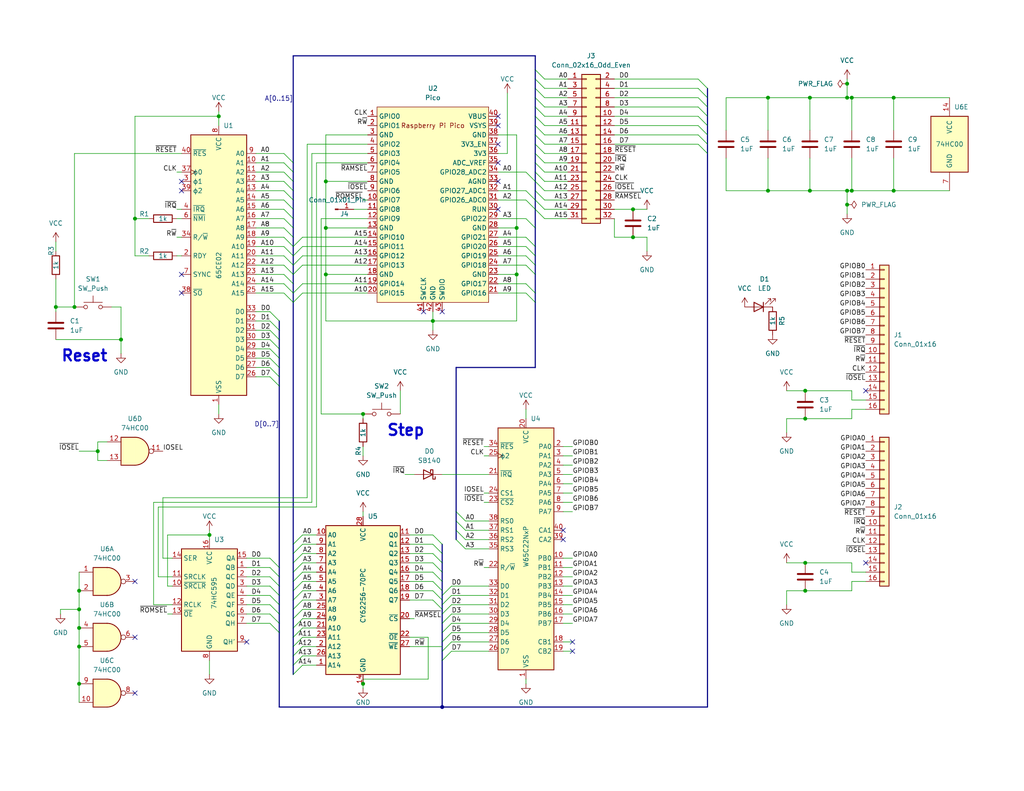
<source format=kicad_sch>
(kicad_sch (version 20230121) (generator eeschema)
  (paper "USLetter")
  (junction (at 88.9 62.23))
  (junction (at 36.83 59.69))
  (junction (at 209.55 52.07))
  (junction (at 231.14 52.07))
  (junction (at 118.11 87.63))
  (junction (at 219.71 153.67))
  (junction (at 219.71 106.68))
  (junction (at 140.97 62.23))
  (junction (at 219.71 161.29))
  (junction (at 20.32 83.82))
  (junction (at 15.24 83.82))
  (junction (at 243.84 26.67))
  (junction (at 232.41 52.07))
  (junction (at 231.14 22.86))
  (junction (at 21.59 171.45))
  (junction (at 99.06 186.69))
  (junction (at 21.59 176.53))
  (junction (at 59.69 31.75))
  (junction (at 21.59 161.29))
  (junction (at 231.14 26.67))
  (junction (at 219.71 114.3))
  (junction (at 231.14 55.88))
  (junction (at 172.72 64.77))
  (junction (at 99.06 113.03))
  (junction (at 26.67 123.19))
  (junction (at 21.59 186.69))
  (junction (at 88.9 49.53))
  (junction (at 21.59 166.37))
  (junction (at 57.15 146.05))
  (junction (at 243.84 52.07))
  (junction (at 120.65 193.04))
  (junction (at 220.98 52.07))
  (junction (at 220.98 26.67))
  (junction (at 88.9 74.93))
  (junction (at 209.55 26.67))
  (junction (at 33.02 92.71))
  (junction (at 140.97 74.93))
  (junction (at 232.41 26.67))
  (junction (at 172.72 57.15))
  (no_connect (at 49.53 49.53))
  (no_connect (at 135.89 31.75))
  (no_connect (at 156.21 175.26))
  (no_connect (at 236.22 106.68))
  (no_connect (at 49.53 52.07))
  (no_connect (at 135.89 39.37))
  (no_connect (at 135.89 49.53))
  (no_connect (at 156.21 177.8))
  (no_connect (at 135.89 34.29))
  (no_connect (at 153.67 144.78))
  (no_connect (at 135.89 57.15))
  (no_connect (at 115.57 85.09))
  (no_connect (at 36.83 189.23))
  (no_connect (at 135.89 44.45))
  (no_connect (at 120.65 85.09))
  (no_connect (at 49.53 74.93))
  (no_connect (at 236.22 153.67))
  (no_connect (at 36.83 158.75))
  (no_connect (at 36.83 173.99))
  (no_connect (at 67.31 175.26))
  (no_connect (at 153.67 147.32))
  (no_connect (at 49.53 80.01))
  (bus_entry (at 146.05 46.99) (size 2.54 2.54))
  (bus_entry (at 73.66 160.02) (size 2.54 2.54))
  (bus_entry (at 80.01 168.91) (size 2.54 -2.54))
  (bus_entry (at 118.11 163.83) (size 2.54 2.54))
  (bus_entry (at 77.47 77.47) (size 2.54 2.54))
  (bus_entry (at 73.66 154.94) (size 2.54 2.54))
  (bus_entry (at 77.47 52.07) (size 2.54 2.54))
  (bus_entry (at 146.05 49.53) (size 2.54 2.54))
  (bus_entry (at 80.01 163.83) (size 2.54 -2.54))
  (bus_entry (at 123.19 160.02) (size -2.54 2.54))
  (bus_entry (at 77.47 54.61) (size 2.54 2.54))
  (bus_entry (at 123.19 165.1) (size -2.54 2.54))
  (bus_entry (at 80.01 72.39) (size 2.54 -2.54))
  (bus_entry (at 146.05 57.15) (size 2.54 2.54))
  (bus_entry (at 73.66 97.79) (size 2.54 2.54))
  (bus_entry (at 80.01 179.07) (size 2.54 -2.54))
  (bus_entry (at 73.66 95.25) (size 2.54 2.54))
  (bus_entry (at 118.11 148.59) (size 2.54 2.54))
  (bus_entry (at 80.01 161.29) (size 2.54 -2.54))
  (bus_entry (at 77.47 72.39) (size 2.54 2.54))
  (bus_entry (at 77.47 41.91) (size 2.54 2.54))
  (bus_entry (at 146.05 21.59) (size 2.54 2.54))
  (bus_entry (at 124.46 142.24) (size 2.54 2.54))
  (bus_entry (at 146.05 52.07) (size 2.54 2.54))
  (bus_entry (at 118.11 146.05) (size 2.54 2.54))
  (bus_entry (at 73.66 167.64) (size 2.54 2.54))
  (bus_entry (at 77.47 64.77) (size 2.54 2.54))
  (bus_entry (at 80.01 82.55) (size 2.54 -2.54))
  (bus_entry (at 146.05 54.61) (size 2.54 2.54))
  (bus_entry (at 80.01 80.01) (size 2.54 -2.54))
  (bus_entry (at 190.5 31.75) (size 2.54 2.54))
  (bus_entry (at 73.66 90.17) (size 2.54 2.54))
  (bus_entry (at 124.46 144.78) (size 2.54 2.54))
  (bus_entry (at 146.05 34.29) (size 2.54 2.54))
  (bus_entry (at 73.66 157.48) (size 2.54 2.54))
  (bus_entry (at 73.66 85.09) (size 2.54 2.54))
  (bus_entry (at 77.47 57.15) (size 2.54 2.54))
  (bus_entry (at 80.01 176.53) (size 2.54 -2.54))
  (bus_entry (at 73.66 152.4) (size 2.54 2.54))
  (bus_entry (at 118.11 156.21) (size 2.54 2.54))
  (bus_entry (at 124.46 139.7) (size 2.54 2.54))
  (bus_entry (at 190.5 29.21) (size 2.54 2.54))
  (bus_entry (at 80.01 67.31) (size 2.54 -2.54))
  (bus_entry (at 77.47 49.53) (size 2.54 2.54))
  (bus_entry (at 73.66 165.1) (size 2.54 2.54))
  (bus_entry (at 146.05 29.21) (size 2.54 2.54))
  (bus_entry (at 80.01 153.67) (size 2.54 -2.54))
  (bus_entry (at 190.5 36.83) (size 2.54 2.54))
  (bus_entry (at 80.01 74.93) (size 2.54 -2.54))
  (bus_entry (at 118.11 153.67) (size 2.54 2.54))
  (bus_entry (at 143.51 80.01) (size 2.54 2.54))
  (bus_entry (at 73.66 87.63) (size 2.54 2.54))
  (bus_entry (at 146.05 41.91) (size 2.54 2.54))
  (bus_entry (at 146.05 44.45) (size 2.54 2.54))
  (bus_entry (at 77.47 59.69) (size 2.54 2.54))
  (bus_entry (at 123.19 170.18) (size -2.54 2.54))
  (bus_entry (at 82.55 179.07) (size -2.54 2.54))
  (bus_entry (at 80.01 158.75) (size 2.54 -2.54))
  (bus_entry (at 190.5 34.29) (size 2.54 2.54))
  (bus_entry (at 143.51 59.69) (size 2.54 2.54))
  (bus_entry (at 146.05 39.37) (size 2.54 2.54))
  (bus_entry (at 146.05 26.67) (size 2.54 2.54))
  (bus_entry (at 80.01 166.37) (size 2.54 -2.54))
  (bus_entry (at 80.01 151.13) (size 2.54 -2.54))
  (bus_entry (at 146.05 31.75) (size 2.54 2.54))
  (bus_entry (at 123.19 175.26) (size -2.54 2.54))
  (bus_entry (at 190.5 39.37) (size 2.54 2.54))
  (bus_entry (at 143.51 72.39) (size 2.54 2.54))
  (bus_entry (at 146.05 24.13) (size 2.54 2.54))
  (bus_entry (at 190.5 21.59) (size 2.54 2.54))
  (bus_entry (at 80.01 171.45) (size 2.54 -2.54))
  (bus_entry (at 73.66 162.56) (size 2.54 2.54))
  (bus_entry (at 143.51 46.99) (size 2.54 2.54))
  (bus_entry (at 77.47 44.45) (size 2.54 2.54))
  (bus_entry (at 143.51 64.77) (size 2.54 2.54))
  (bus_entry (at 73.66 92.71) (size 2.54 2.54))
  (bus_entry (at 80.01 184.15) (size 2.54 -2.54))
  (bus_entry (at 146.05 36.83) (size 2.54 2.54))
  (bus_entry (at 80.01 69.85) (size 2.54 -2.54))
  (bus_entry (at 80.01 148.59) (size 2.54 -2.54))
  (bus_entry (at 123.19 162.56) (size -2.54 2.54))
  (bus_entry (at 146.05 19.05) (size 2.54 2.54))
  (bus_entry (at 77.47 67.31) (size 2.54 2.54))
  (bus_entry (at 77.47 69.85) (size 2.54 2.54))
  (bus_entry (at 118.11 151.13) (size 2.54 2.54))
  (bus_entry (at 143.51 69.85) (size 2.54 2.54))
  (bus_entry (at 80.01 156.21) (size 2.54 -2.54))
  (bus_entry (at 143.51 52.07) (size 2.54 2.54))
  (bus_entry (at 118.11 161.29) (size 2.54 2.54))
  (bus_entry (at 124.46 147.32) (size 2.54 2.54))
  (bus_entry (at 190.5 24.13) (size 2.54 2.54))
  (bus_entry (at 123.19 167.64) (size -2.54 2.54))
  (bus_entry (at 73.66 170.18) (size 2.54 2.54))
  (bus_entry (at 77.47 62.23) (size 2.54 2.54))
  (bus_entry (at 73.66 102.87) (size 2.54 2.54))
  (bus_entry (at 73.66 100.33) (size 2.54 2.54))
  (bus_entry (at 123.19 177.8) (size -2.54 2.54))
  (bus_entry (at 77.47 74.93) (size 2.54 2.54))
  (bus_entry (at 80.01 173.99) (size 2.54 -2.54))
  (bus_entry (at 77.47 46.99) (size 2.54 2.54))
  (bus_entry (at 143.51 54.61) (size 2.54 2.54))
  (bus_entry (at 190.5 26.67) (size 2.54 2.54))
  (bus_entry (at 143.51 67.31) (size 2.54 2.54))
  (bus_entry (at 143.51 77.47) (size 2.54 2.54))
  (bus_entry (at 123.19 172.72) (size -2.54 2.54))
  (bus_entry (at 118.11 158.75) (size 2.54 2.54))
  (bus_entry (at 77.47 80.01) (size 2.54 2.54))
  (wire (pts (xy 153.67 177.8) (xy 156.21 177.8)))
  (wire (pts (xy 82.55 173.99) (xy 86.36 173.99)))
  (wire (pts (xy 26.67 125.73) (xy 29.21 125.73)))
  (bus (pts (xy 146.05 19.05) (xy 146.05 21.59)))
  (wire (pts (xy 67.31 170.18) (xy 73.66 170.18)))
  (bus (pts (xy 146.05 69.85) (xy 146.05 72.39)))
  (bus (pts (xy 146.05 74.93) (xy 146.05 80.01)))
  (wire (pts (xy 46.99 160.02) (xy 45.72 160.02)))
  (wire (pts (xy 82.55 146.05) (xy 86.36 146.05)))
  (bus (pts (xy 120.65 177.8) (xy 120.65 180.34)))
  (wire (pts (xy 153.67 124.46) (xy 156.21 124.46)))
  (wire (pts (xy 209.55 52.07) (xy 220.98 52.07)))
  (wire (pts (xy 82.55 158.75) (xy 86.36 158.75)))
  (wire (pts (xy 209.55 43.18) (xy 209.55 52.07)))
  (bus (pts (xy 193.04 41.91) (xy 193.04 193.04)))
  (wire (pts (xy 153.67 134.62) (xy 156.21 134.62)))
  (wire (pts (xy 167.64 39.37) (xy 190.5 39.37)))
  (wire (pts (xy 69.85 44.45) (xy 77.47 44.45)))
  (wire (pts (xy 43.18 138.43) (xy 43.18 157.48)))
  (wire (pts (xy 232.41 26.67) (xy 231.14 26.67)))
  (wire (pts (xy 67.31 162.56) (xy 73.66 162.56)))
  (bus (pts (xy 80.01 82.55) (xy 80.01 148.59)))
  (wire (pts (xy 153.67 165.1) (xy 156.21 165.1)))
  (wire (pts (xy 111.76 148.59) (xy 118.11 148.59)))
  (wire (pts (xy 48.26 59.69) (xy 49.53 59.69)))
  (wire (pts (xy 16.51 167.64) (xy 16.51 166.37)))
  (wire (pts (xy 82.55 166.37) (xy 86.36 166.37)))
  (bus (pts (xy 146.05 34.29) (xy 146.05 36.83)))
  (bus (pts (xy 124.46 100.33) (xy 146.05 100.33)))
  (wire (pts (xy 153.67 160.02) (xy 156.21 160.02)))
  (wire (pts (xy 67.31 157.48) (xy 73.66 157.48)))
  (wire (pts (xy 21.59 186.69) (xy 21.59 191.77)))
  (bus (pts (xy 80.01 181.61) (xy 80.01 184.15)))
  (wire (pts (xy 87.63 59.69) (xy 100.33 59.69)))
  (wire (pts (xy 153.67 152.4) (xy 156.21 152.4)))
  (wire (pts (xy 111.76 163.83) (xy 118.11 163.83)))
  (wire (pts (xy 118.11 85.09) (xy 118.11 87.63)))
  (wire (pts (xy 140.97 62.23) (xy 140.97 74.93)))
  (wire (pts (xy 231.14 21.59) (xy 231.14 22.86)))
  (bus (pts (xy 120.65 175.26) (xy 120.65 177.8)))
  (wire (pts (xy 111.76 176.53) (xy 120.65 176.53)))
  (wire (pts (xy 82.55 80.01) (xy 100.33 80.01)))
  (wire (pts (xy 135.89 62.23) (xy 140.97 62.23)))
  (wire (pts (xy 143.51 185.42) (xy 143.51 186.69)))
  (wire (pts (xy 148.59 34.29) (xy 154.94 34.29)))
  (bus (pts (xy 120.65 161.29) (xy 120.65 162.56)))
  (wire (pts (xy 116.84 185.42) (xy 99.06 185.42)))
  (bus (pts (xy 80.01 80.01) (xy 80.01 82.55)))
  (wire (pts (xy 148.59 39.37) (xy 154.94 39.37)))
  (wire (pts (xy 111.76 156.21) (xy 118.11 156.21)))
  (wire (pts (xy 99.06 113.03) (xy 87.63 113.03)))
  (wire (pts (xy 82.55 153.67) (xy 86.36 153.67)))
  (bus (pts (xy 80.01 179.07) (xy 80.01 181.61)))
  (bus (pts (xy 124.46 100.33) (xy 124.46 139.7)))
  (wire (pts (xy 59.69 110.49) (xy 59.69 113.03)))
  (wire (pts (xy 120.65 129.54) (xy 133.35 129.54)))
  (wire (pts (xy 132.08 124.46) (xy 133.35 124.46)))
  (wire (pts (xy 148.59 36.83) (xy 154.94 36.83)))
  (wire (pts (xy 167.64 36.83) (xy 190.5 36.83)))
  (wire (pts (xy 148.59 54.61) (xy 154.94 54.61)))
  (bus (pts (xy 80.01 15.24) (xy 146.05 15.24)))
  (bus (pts (xy 76.2 100.33) (xy 76.2 102.87)))
  (bus (pts (xy 76.2 90.17) (xy 76.2 92.71)))
  (wire (pts (xy 135.89 41.91) (xy 138.43 41.91)))
  (bus (pts (xy 80.01 148.59) (xy 80.01 151.13)))
  (bus (pts (xy 80.01 62.23) (xy 80.01 64.77)))
  (wire (pts (xy 167.64 64.77) (xy 172.72 64.77)))
  (wire (pts (xy 232.41 26.67) (xy 243.84 26.67)))
  (bus (pts (xy 146.05 36.83) (xy 146.05 39.37)))
  (wire (pts (xy 41.91 165.1) (xy 46.99 165.1)))
  (wire (pts (xy 45.72 167.64) (xy 46.99 167.64)))
  (wire (pts (xy 26.67 120.65) (xy 26.67 123.19)))
  (wire (pts (xy 44.45 135.89) (xy 83.82 135.89)))
  (wire (pts (xy 59.69 30.48) (xy 59.69 31.75)))
  (wire (pts (xy 111.76 161.29) (xy 118.11 161.29)))
  (bus (pts (xy 124.46 144.78) (xy 124.46 147.32)))
  (wire (pts (xy 36.83 59.69) (xy 40.64 59.69)))
  (wire (pts (xy 33.02 83.82) (xy 33.02 92.71)))
  (bus (pts (xy 146.05 49.53) (xy 146.05 52.07)))
  (wire (pts (xy 88.9 87.63) (xy 118.11 87.63)))
  (wire (pts (xy 69.85 57.15) (xy 77.47 57.15)))
  (wire (pts (xy 135.89 69.85) (xy 143.51 69.85)))
  (wire (pts (xy 135.89 64.77) (xy 143.51 64.77)))
  (wire (pts (xy 236.22 158.75) (xy 232.41 158.75)))
  (wire (pts (xy 123.19 172.72) (xy 133.35 172.72)))
  (wire (pts (xy 67.31 165.1) (xy 73.66 165.1)))
  (wire (pts (xy 167.64 34.29) (xy 190.5 34.29)))
  (wire (pts (xy 153.67 127) (xy 156.21 127)))
  (wire (pts (xy 232.41 43.18) (xy 232.41 52.07)))
  (wire (pts (xy 82.55 77.47) (xy 100.33 77.47)))
  (wire (pts (xy 148.59 49.53) (xy 154.94 49.53)))
  (wire (pts (xy 21.59 176.53) (xy 21.59 186.69)))
  (bus (pts (xy 146.05 52.07) (xy 146.05 54.61)))
  (wire (pts (xy 140.97 74.93) (xy 140.97 87.63)))
  (wire (pts (xy 82.55 64.77) (xy 100.33 64.77)))
  (wire (pts (xy 167.64 29.21) (xy 190.5 29.21)))
  (wire (pts (xy 214.63 114.3) (xy 219.71 114.3)))
  (wire (pts (xy 231.14 52.07) (xy 231.14 55.88)))
  (bus (pts (xy 80.01 74.93) (xy 80.01 77.47)))
  (wire (pts (xy 153.67 139.7) (xy 156.21 139.7)))
  (wire (pts (xy 82.55 69.85) (xy 100.33 69.85)))
  (wire (pts (xy 69.85 95.25) (xy 73.66 95.25)))
  (wire (pts (xy 123.19 177.8) (xy 133.35 177.8)))
  (bus (pts (xy 146.05 62.23) (xy 146.05 67.31)))
  (wire (pts (xy 135.89 59.69) (xy 143.51 59.69)))
  (wire (pts (xy 26.67 123.19) (xy 26.67 125.73)))
  (wire (pts (xy 153.67 132.08) (xy 156.21 132.08)))
  (bus (pts (xy 193.04 26.67) (xy 193.04 29.21)))
  (wire (pts (xy 48.26 46.99) (xy 49.53 46.99)))
  (wire (pts (xy 33.02 92.71) (xy 33.02 96.52)))
  (wire (pts (xy 57.15 144.78) (xy 57.15 146.05)))
  (bus (pts (xy 120.65 167.64) (xy 120.65 170.18)))
  (wire (pts (xy 135.89 36.83) (xy 140.97 36.83)))
  (wire (pts (xy 153.67 154.94) (xy 156.21 154.94)))
  (wire (pts (xy 132.08 134.62) (xy 133.35 134.62)))
  (wire (pts (xy 111.76 158.75) (xy 118.11 158.75)))
  (wire (pts (xy 123.19 175.26) (xy 133.35 175.26)))
  (wire (pts (xy 21.59 161.29) (xy 21.59 166.37)))
  (bus (pts (xy 80.01 77.47) (xy 80.01 80.01)))
  (bus (pts (xy 80.01 173.99) (xy 80.01 176.53)))
  (wire (pts (xy 67.31 152.4) (xy 73.66 152.4)))
  (bus (pts (xy 193.04 39.37) (xy 193.04 41.91)))
  (bus (pts (xy 76.2 165.1) (xy 76.2 167.64)))
  (bus (pts (xy 146.05 67.31) (xy 146.05 69.85)))
  (wire (pts (xy 82.55 163.83) (xy 86.36 163.83)))
  (wire (pts (xy 69.85 67.31) (xy 77.47 67.31)))
  (wire (pts (xy 153.67 175.26) (xy 156.21 175.26)))
  (wire (pts (xy 48.26 57.15) (xy 49.53 57.15)))
  (wire (pts (xy 148.59 44.45) (xy 154.94 44.45)))
  (bus (pts (xy 146.05 80.01) (xy 146.05 82.55)))
  (wire (pts (xy 69.85 87.63) (xy 73.66 87.63)))
  (wire (pts (xy 236.22 156.21) (xy 232.41 156.21)))
  (bus (pts (xy 146.05 24.13) (xy 146.05 26.67)))
  (wire (pts (xy 15.24 83.82) (xy 15.24 85.09)))
  (wire (pts (xy 132.08 121.92) (xy 133.35 121.92)))
  (bus (pts (xy 80.01 59.69) (xy 80.01 62.23)))
  (wire (pts (xy 135.89 80.01) (xy 143.51 80.01)))
  (wire (pts (xy 140.97 87.63) (xy 118.11 87.63)))
  (bus (pts (xy 76.2 105.41) (xy 76.2 154.94)))
  (bus (pts (xy 80.01 15.24) (xy 80.01 44.45)))
  (wire (pts (xy 20.32 41.91) (xy 20.32 83.82)))
  (wire (pts (xy 219.71 153.67) (xy 232.41 153.67)))
  (wire (pts (xy 21.59 166.37) (xy 21.59 171.45)))
  (wire (pts (xy 69.85 54.61) (xy 77.47 54.61)))
  (wire (pts (xy 15.24 83.82) (xy 20.32 83.82)))
  (wire (pts (xy 88.9 74.93) (xy 100.33 74.93)))
  (wire (pts (xy 15.24 92.71) (xy 33.02 92.71)))
  (bus (pts (xy 120.65 148.59) (xy 120.65 151.13)))
  (wire (pts (xy 99.06 186.69) (xy 99.06 187.96)))
  (bus (pts (xy 120.65 151.13) (xy 120.65 153.67)))
  (wire (pts (xy 127 144.78) (xy 133.35 144.78)))
  (wire (pts (xy 198.12 26.67) (xy 198.12 35.56)))
  (wire (pts (xy 135.89 52.07) (xy 143.51 52.07)))
  (wire (pts (xy 219.71 114.3) (xy 232.41 114.3)))
  (wire (pts (xy 88.9 49.53) (xy 100.33 49.53)))
  (wire (pts (xy 99.06 186.69) (xy 99.06 185.42)))
  (wire (pts (xy 21.59 123.19) (xy 26.67 123.19)))
  (wire (pts (xy 153.67 121.92) (xy 156.21 121.92)))
  (wire (pts (xy 232.41 156.21) (xy 232.41 153.67)))
  (wire (pts (xy 111.76 153.67) (xy 118.11 153.67)))
  (wire (pts (xy 127 147.32) (xy 133.35 147.32)))
  (wire (pts (xy 111.76 151.13) (xy 118.11 151.13)))
  (wire (pts (xy 99.06 113.03) (xy 99.06 114.3)))
  (bus (pts (xy 146.05 26.67) (xy 146.05 29.21)))
  (wire (pts (xy 231.14 52.07) (xy 232.41 52.07)))
  (wire (pts (xy 167.64 57.15) (xy 172.72 57.15)))
  (wire (pts (xy 198.12 52.07) (xy 209.55 52.07)))
  (wire (pts (xy 69.85 90.17) (xy 73.66 90.17)))
  (wire (pts (xy 209.55 26.67) (xy 209.55 35.56)))
  (wire (pts (xy 111.76 173.99) (xy 116.84 173.99)))
  (wire (pts (xy 82.55 161.29) (xy 86.36 161.29)))
  (wire (pts (xy 220.98 43.18) (xy 220.98 52.07)))
  (wire (pts (xy 88.9 36.83) (xy 88.9 49.53)))
  (bus (pts (xy 146.05 39.37) (xy 146.05 41.91)))
  (wire (pts (xy 231.14 22.86) (xy 231.14 26.67)))
  (bus (pts (xy 120.65 158.75) (xy 120.65 161.29)))
  (bus (pts (xy 80.01 171.45) (xy 80.01 173.99)))
  (wire (pts (xy 40.64 69.85) (xy 36.83 69.85)))
  (wire (pts (xy 220.98 26.67) (xy 220.98 35.56)))
  (wire (pts (xy 135.89 46.99) (xy 143.51 46.99)))
  (wire (pts (xy 172.72 64.77) (xy 176.53 64.77)))
  (bus (pts (xy 80.01 158.75) (xy 80.01 161.29)))
  (wire (pts (xy 82.55 171.45) (xy 86.36 171.45)))
  (bus (pts (xy 146.05 15.24) (xy 146.05 19.05)))
  (wire (pts (xy 111.76 168.91) (xy 113.03 168.91)))
  (bus (pts (xy 146.05 82.55) (xy 146.05 100.33)))
  (wire (pts (xy 99.06 139.7) (xy 99.06 140.97)))
  (wire (pts (xy 82.55 176.53) (xy 86.36 176.53)))
  (bus (pts (xy 146.05 31.75) (xy 146.05 34.29)))
  (bus (pts (xy 76.2 162.56) (xy 76.2 165.1)))
  (wire (pts (xy 123.19 162.56) (xy 133.35 162.56)))
  (bus (pts (xy 80.01 44.45) (xy 80.01 46.99)))
  (bus (pts (xy 80.01 54.61) (xy 80.01 57.15)))
  (bus (pts (xy 146.05 29.21) (xy 146.05 31.75)))
  (wire (pts (xy 172.72 57.15) (xy 176.53 57.15)))
  (bus (pts (xy 193.04 31.75) (xy 193.04 34.29)))
  (wire (pts (xy 148.59 26.67) (xy 154.94 26.67)))
  (wire (pts (xy 135.89 74.93) (xy 140.97 74.93)))
  (wire (pts (xy 243.84 26.67) (xy 259.08 26.67)))
  (wire (pts (xy 88.9 62.23) (xy 100.33 62.23)))
  (wire (pts (xy 232.41 26.67) (xy 232.41 35.56)))
  (wire (pts (xy 220.98 52.07) (xy 231.14 52.07)))
  (bus (pts (xy 80.01 72.39) (xy 80.01 74.93)))
  (wire (pts (xy 236.22 111.76) (xy 232.41 111.76)))
  (wire (pts (xy 148.59 24.13) (xy 154.94 24.13)))
  (wire (pts (xy 69.85 59.69) (xy 77.47 59.69)))
  (wire (pts (xy 67.31 160.02) (xy 73.66 160.02)))
  (wire (pts (xy 21.59 156.21) (xy 21.59 161.29)))
  (bus (pts (xy 124.46 139.7) (xy 124.46 142.24)))
  (wire (pts (xy 69.85 62.23) (xy 77.47 62.23)))
  (bus (pts (xy 80.01 153.67) (xy 80.01 156.21)))
  (wire (pts (xy 69.85 85.09) (xy 73.66 85.09)))
  (wire (pts (xy 44.45 152.4) (xy 46.99 152.4)))
  (wire (pts (xy 118.11 87.63) (xy 118.11 90.17)))
  (bus (pts (xy 80.01 64.77) (xy 80.01 67.31)))
  (wire (pts (xy 243.84 43.18) (xy 243.84 52.07)))
  (wire (pts (xy 123.19 160.02) (xy 133.35 160.02)))
  (wire (pts (xy 232.41 109.22) (xy 232.41 106.68)))
  (bus (pts (xy 80.01 168.91) (xy 80.01 171.45)))
  (wire (pts (xy 243.84 26.67) (xy 243.84 35.56)))
  (wire (pts (xy 231.14 55.88) (xy 231.14 58.42)))
  (bus (pts (xy 124.46 142.24) (xy 124.46 144.78)))
  (wire (pts (xy 123.19 165.1) (xy 133.35 165.1)))
  (bus (pts (xy 120.65 172.72) (xy 120.65 175.26)))
  (wire (pts (xy 99.06 54.61) (xy 100.33 54.61)))
  (bus (pts (xy 80.01 166.37) (xy 80.01 168.91)))
  (wire (pts (xy 82.55 181.61) (xy 86.36 181.61)))
  (wire (pts (xy 69.85 102.87) (xy 73.66 102.87)))
  (wire (pts (xy 16.51 166.37) (xy 21.59 166.37)))
  (wire (pts (xy 153.67 162.56) (xy 156.21 162.56)))
  (wire (pts (xy 69.85 52.07) (xy 77.47 52.07)))
  (wire (pts (xy 43.18 157.48) (xy 46.99 157.48)))
  (wire (pts (xy 209.55 26.67) (xy 220.98 26.67)))
  (wire (pts (xy 82.55 72.39) (xy 100.33 72.39)))
  (wire (pts (xy 100.33 44.45) (xy 86.36 44.45)))
  (wire (pts (xy 99.06 121.92) (xy 99.06 124.46)))
  (wire (pts (xy 140.97 36.83) (xy 140.97 62.23)))
  (wire (pts (xy 69.85 77.47) (xy 77.47 77.47)))
  (wire (pts (xy 219.71 161.29) (xy 232.41 161.29)))
  (bus (pts (xy 193.04 36.83) (xy 193.04 39.37)))
  (wire (pts (xy 176.53 64.77) (xy 176.53 68.58)))
  (wire (pts (xy 96.52 57.15) (xy 100.33 57.15)))
  (wire (pts (xy 36.83 31.75) (xy 59.69 31.75)))
  (wire (pts (xy 214.63 153.67) (xy 219.71 153.67)))
  (wire (pts (xy 148.59 21.59) (xy 154.94 21.59)))
  (wire (pts (xy 153.67 129.54) (xy 156.21 129.54)))
  (wire (pts (xy 220.98 26.67) (xy 231.14 26.67)))
  (wire (pts (xy 69.85 72.39) (xy 77.47 72.39)))
  (wire (pts (xy 167.64 59.69) (xy 167.64 64.77)))
  (wire (pts (xy 148.59 46.99) (xy 154.94 46.99)))
  (wire (pts (xy 88.9 74.93) (xy 88.9 87.63)))
  (bus (pts (xy 120.65 162.56) (xy 120.65 163.83)))
  (wire (pts (xy 82.55 67.31) (xy 100.33 67.31)))
  (bus (pts (xy 120.65 165.1) (xy 120.65 166.37)))
  (bus (pts (xy 146.05 54.61) (xy 146.05 57.15)))
  (wire (pts (xy 30.48 83.82) (xy 33.02 83.82)))
  (wire (pts (xy 85.09 41.91) (xy 85.09 137.16)))
  (wire (pts (xy 167.64 31.75) (xy 190.5 31.75)))
  (bus (pts (xy 80.01 52.07) (xy 80.01 54.61)))
  (wire (pts (xy 100.33 36.83) (xy 88.9 36.83)))
  (bus (pts (xy 80.01 176.53) (xy 80.01 179.07)))
  (wire (pts (xy 153.67 157.48) (xy 156.21 157.48)))
  (bus (pts (xy 120.65 180.34) (xy 120.65 193.04)))
  (wire (pts (xy 100.33 39.37) (xy 83.82 39.37)))
  (wire (pts (xy 123.19 170.18) (xy 133.35 170.18)))
  (wire (pts (xy 45.72 160.02) (xy 45.72 146.05)))
  (wire (pts (xy 41.91 137.16) (xy 41.91 165.1)))
  (bus (pts (xy 80.01 57.15) (xy 80.01 59.69)))
  (wire (pts (xy 148.59 59.69) (xy 154.94 59.69)))
  (wire (pts (xy 219.71 106.68) (xy 232.41 106.68)))
  (wire (pts (xy 135.89 72.39) (xy 143.51 72.39)))
  (bus (pts (xy 120.65 156.21) (xy 120.65 158.75)))
  (wire (pts (xy 167.64 26.67) (xy 190.5 26.67)))
  (wire (pts (xy 116.84 173.99) (xy 116.84 185.42)))
  (bus (pts (xy 76.2 95.25) (xy 76.2 97.79)))
  (wire (pts (xy 36.83 59.69) (xy 36.83 31.75)))
  (wire (pts (xy 148.59 29.21) (xy 154.94 29.21)))
  (wire (pts (xy 123.19 167.64) (xy 133.35 167.64)))
  (bus (pts (xy 80.01 46.99) (xy 80.01 49.53)))
  (wire (pts (xy 86.36 138.43) (xy 43.18 138.43)))
  (bus (pts (xy 120.65 153.67) (xy 120.65 156.21)))
  (bus (pts (xy 80.01 69.85) (xy 80.01 72.39)))
  (wire (pts (xy 69.85 100.33) (xy 73.66 100.33)))
  (bus (pts (xy 146.05 44.45) (xy 146.05 46.99)))
  (wire (pts (xy 236.22 109.22) (xy 232.41 109.22)))
  (wire (pts (xy 82.55 151.13) (xy 86.36 151.13)))
  (wire (pts (xy 148.59 31.75) (xy 154.94 31.75)))
  (wire (pts (xy 132.08 137.16) (xy 133.35 137.16)))
  (bus (pts (xy 76.2 170.18) (xy 76.2 172.72)))
  (bus (pts (xy 120.65 193.04) (xy 193.04 193.04)))
  (wire (pts (xy 45.72 146.05) (xy 57.15 146.05)))
  (wire (pts (xy 69.85 74.93) (xy 77.47 74.93)))
  (wire (pts (xy 69.85 46.99) (xy 77.47 46.99)))
  (bus (pts (xy 76.2 102.87) (xy 76.2 105.41)))
  (bus (pts (xy 120.65 170.18) (xy 120.65 172.72)))
  (bus (pts (xy 76.2 92.71) (xy 76.2 95.25)))
  (wire (pts (xy 243.84 52.07) (xy 259.08 52.07)))
  (bus (pts (xy 146.05 21.59) (xy 146.05 24.13)))
  (wire (pts (xy 29.21 120.65) (xy 26.67 120.65)))
  (bus (pts (xy 80.01 163.83) (xy 80.01 166.37)))
  (wire (pts (xy 153.67 137.16) (xy 156.21 137.16)))
  (wire (pts (xy 69.85 97.79) (xy 73.66 97.79)))
  (bus (pts (xy 146.05 41.91) (xy 146.05 44.45)))
  (wire (pts (xy 48.26 69.85) (xy 49.53 69.85)))
  (bus (pts (xy 120.65 166.37) (xy 120.65 167.64)))
  (wire (pts (xy 135.89 54.61) (xy 143.51 54.61)))
  (wire (pts (xy 69.85 64.77) (xy 77.47 64.77)))
  (wire (pts (xy 111.76 146.05) (xy 118.11 146.05)))
  (wire (pts (xy 69.85 92.71) (xy 73.66 92.71)))
  (wire (pts (xy 15.24 66.04) (xy 15.24 68.58)))
  (wire (pts (xy 82.55 156.21) (xy 86.36 156.21)))
  (wire (pts (xy 88.9 49.53) (xy 88.9 62.23)))
  (wire (pts (xy 232.41 111.76) (xy 232.41 114.3)))
  (wire (pts (xy 232.41 52.07) (xy 243.84 52.07)))
  (wire (pts (xy 69.85 80.01) (xy 77.47 80.01)))
  (wire (pts (xy 67.31 154.94) (xy 73.66 154.94)))
  (wire (pts (xy 21.59 171.45) (xy 21.59 176.53)))
  (wire (pts (xy 153.67 170.18) (xy 156.21 170.18)))
  (wire (pts (xy 69.85 69.85) (xy 77.47 69.85)))
  (wire (pts (xy 167.64 21.59) (xy 190.5 21.59)))
  (wire (pts (xy 87.63 113.03) (xy 87.63 59.69)))
  (bus (pts (xy 146.05 57.15) (xy 146.05 62.23)))
  (bus (pts (xy 80.01 156.21) (xy 80.01 158.75)))
  (bus (pts (xy 193.04 24.13) (xy 193.04 26.67)))
  (wire (pts (xy 82.55 168.91) (xy 86.36 168.91)))
  (bus (pts (xy 76.2 97.79) (xy 76.2 100.33)))
  (bus (pts (xy 80.01 151.13) (xy 80.01 153.67)))
  (wire (pts (xy 85.09 137.16) (xy 41.91 137.16)))
  (wire (pts (xy 48.26 64.77) (xy 49.53 64.77)))
  (wire (pts (xy 135.89 67.31) (xy 143.51 67.31)))
  (wire (pts (xy 138.43 25.4) (xy 138.43 41.91)))
  (wire (pts (xy 148.59 57.15) (xy 154.94 57.15)))
  (wire (pts (xy 153.67 167.64) (xy 156.21 167.64)))
  (wire (pts (xy 214.63 161.29) (xy 214.63 165.1)))
  (bus (pts (xy 146.05 72.39) (xy 146.05 74.93)))
  (wire (pts (xy 214.63 106.68) (xy 219.71 106.68)))
  (bus (pts (xy 120.65 163.83) (xy 120.65 165.1)))
  (bus (pts (xy 76.2 167.64) (xy 76.2 170.18)))
  (wire (pts (xy 232.41 158.75) (xy 232.41 161.29)))
  (wire (pts (xy 209.55 26.67) (xy 198.12 26.67)))
  (wire (pts (xy 20.32 41.91) (xy 49.53 41.91)))
  (wire (pts (xy 148.59 52.07) (xy 154.94 52.07)))
  (wire (pts (xy 57.15 146.05) (xy 57.15 147.32)))
  (wire (pts (xy 57.15 180.34) (xy 57.15 184.15)))
  (wire (pts (xy 82.55 179.07) (xy 86.36 179.07)))
  (bus (pts (xy 76.2 87.63) (xy 76.2 90.17)))
  (wire (pts (xy 143.51 111.76) (xy 143.51 114.3)))
  (wire (pts (xy 88.9 62.23) (xy 88.9 74.93)))
  (bus (pts (xy 80.01 161.29) (xy 80.01 163.83)))
  (bus (pts (xy 76.2 157.48) (xy 76.2 160.02)))
  (bus (pts (xy 120.65 193.04) (xy 76.2 193.04)))
  (wire (pts (xy 44.45 135.89) (xy 44.45 152.4)))
  (bus (pts (xy 80.01 67.31) (xy 80.01 69.85)))
  (bus (pts (xy 76.2 154.94) (xy 76.2 157.48)))
  (bus (pts (xy 80.01 49.53) (xy 80.01 52.07)))
  (wire (pts (xy 82.55 148.59) (xy 86.36 148.59)))
  (wire (pts (xy 214.63 161.29) (xy 219.71 161.29)))
  (wire (pts (xy 15.24 76.2) (xy 15.24 83.82)))
  (wire (pts (xy 167.64 24.13) (xy 190.5 24.13)))
  (bus (pts (xy 76.2 193.04) (xy 76.2 172.72)))
  (wire (pts (xy 36.83 59.69) (xy 36.83 69.85)))
  (wire (pts (xy 67.31 167.64) (xy 73.66 167.64)))
  (wire (pts (xy 127 142.24) (xy 133.35 142.24)))
  (wire (pts (xy 110.49 129.54) (xy 113.03 129.54)))
  (wire (pts (xy 85.09 41.91) (xy 100.33 41.91)))
  (bus (pts (xy 193.04 34.29) (xy 193.04 36.83)))
  (wire (pts (xy 198.12 43.18) (xy 198.12 52.07)))
  (wire (pts (xy 83.82 39.37) (xy 83.82 135.89)))
  (wire (pts (xy 132.08 154.94) (xy 133.35 154.94)))
  (wire (pts (xy 59.69 31.75) (xy 59.69 34.29)))
  (wire (pts (xy 127 149.86) (xy 133.35 149.86)))
  (wire (pts (xy 148.59 41.91) (xy 154.94 41.91)))
  (bus (pts (xy 76.2 160.02) (xy 76.2 162.56)))
  (bus (pts (xy 146.05 46.99) (xy 146.05 49.53)))
  (bus (pts (xy 193.04 29.21) (xy 193.04 31.75)))
  (wire (pts (xy 69.85 49.53) (xy 77.47 49.53)))
  (wire (pts (xy 109.22 106.68) (xy 109.22 113.03)))
  (wire (pts (xy 69.85 41.91) (xy 77.47 41.91)))
  (wire (pts (xy 135.89 77.47) (xy 143.51 77.47)))
  (wire (pts (xy 214.63 114.3) (xy 214.63 118.11)))
  (wire (pts (xy 86.36 44.45) (xy 86.36 138.43)))
  (text "Step" (at 105.41 119.38 0) (effects (font (size 3 3) (thickness 0.6) bold) (justify left bottom)))
  (text "Reset" (at 16.51 99.06 0) (effects (font (size 3 3) (thickness 0.6) bold) (justify left bottom)))
  (label "GPIOB0" (at 156.21 121.92 0))
  (label "GPIOA0" (at 236.22 120.65 180))
  (label "D5" (at 123.19 172.72 0))
  (label "GPIOA7" (at 236.22 138.43 180))
  (label "A1" (at 127 144.78 0))
  (label "R~{W}" (at 167.64 46.99 0))
  (label "D1" (at 168.91 24.13 0))
  (label "A10" (at 71.12 67.31 0))
  (label "~{IOSEL}" (at 100.33 52.07 180))
  (label "A14" (at 71.12 77.47 0))
  (label "D2" (at 113.03 151.13 0))
  (label "GPIOA6" (at 156.21 167.64 0))
  (label "CLK" (at 236.22 101.6 180))
  (label "GPIOA4" (at 236.22 130.81 180))
  (label "A5" (at 71.12 54.61 0))
  (label "D7" (at 168.91 39.37 0))
  (label "~{RAMSEL}" (at 100.33 46.99 180))
  (label "A4" (at 85.09 156.21 180))
  (label "A4" (at 71.12 52.07 0))
  (label "A[0..15]" (at 80.01 27.94 180))
  (label "~{IRQ}" (at 236.22 143.51 180))
  (label "A13" (at 154.94 54.61 180))
  (label "D5" (at 168.91 34.29 0))
  (label "GPIOB7" (at 236.22 91.44 180))
  (label "GPIOB3" (at 156.21 129.54 0))
  (label "GPIOB1" (at 236.22 76.2 180))
  (label "GPIOB2" (at 156.21 127 0))
  (label "~{RESET}" (at 132.08 121.92 180))
  (label "A0" (at 137.16 46.99 0))
  (label "R~{W}" (at 100.33 34.29 180))
  (label "~{IOSEL}" (at 21.59 123.19 180))
  (label "GPIOB5" (at 236.22 86.36 180))
  (label "GPIOB4" (at 156.21 132.08 0))
  (label "~{IRQ}" (at 236.22 96.52 180))
  (label "A8" (at 154.94 41.91 180))
  (label "A3" (at 71.12 49.53 0))
  (label "IOSEL" (at 44.45 123.19 0))
  (label "R~{W}" (at 113.03 176.53 0))
  (label "GPIOA2" (at 236.22 125.73 180))
  (label "A6" (at 71.12 57.15 0))
  (label "D2" (at 68.58 157.48 0))
  (label "A3" (at 127 149.86 0))
  (label "D3" (at 168.91 29.21 0))
  (label "A15" (at 100.33 64.77 180))
  (label "A9" (at 71.12 64.77 0))
  (label "D6" (at 168.91 36.83 0))
  (label "D3" (at 68.58 160.02 0))
  (label "GPIOB0" (at 236.22 73.66 180))
  (label "A12" (at 71.12 72.39 0))
  (label "A10" (at 85.09 171.45 180))
  (label "A5" (at 85.09 158.75 180))
  (label "R~{W}" (at 132.08 154.94 180))
  (label "A11" (at 71.12 69.85 0))
  (label "GPIOA4" (at 156.21 162.56 0))
  (label "A0" (at 127 142.24 0))
  (label "A13" (at 85.09 179.07 180))
  (label "D0" (at 113.03 146.05 0))
  (label "GPIOA3" (at 156.21 160.02 0))
  (label "A14" (at 100.33 67.31 180))
  (label "A3" (at 137.16 59.69 0))
  (label "GPIOA2" (at 156.21 157.48 0))
  (label "GPIOB4" (at 236.22 83.82 180))
  (label "D5" (at 113.03 158.75 0))
  (label "A9" (at 154.94 44.45 180))
  (label "D6" (at 123.19 175.26 0))
  (label "A7" (at 154.94 39.37 180))
  (label "~{IOSEL}" (at 132.08 137.16 180))
  (label "A1" (at 71.12 44.45 0))
  (label "A10" (at 100.33 80.01 180))
  (label "~{RAMSEL}" (at 167.64 54.61 0))
  (label "GPIOB1" (at 156.21 124.46 0))
  (label "A2" (at 137.16 54.61 0))
  (label "D6" (at 113.03 161.29 0))
  (label "A1" (at 137.16 52.07 0))
  (label "A7" (at 137.16 72.39 0))
  (label "A3" (at 154.94 29.21 180))
  (label "CLK" (at 132.08 124.46 180))
  (label "GPIOB3" (at 236.22 81.28 180))
  (label "D4" (at 113.03 156.21 0))
  (label "A10" (at 154.94 46.99 180))
  (label "A11" (at 85.09 173.99 180))
  (label "A15" (at 154.94 59.69 180))
  (label "A2" (at 127 147.32 0))
  (label "A14" (at 154.94 57.15 180))
  (label "A6" (at 137.16 69.85 0))
  (label "A8" (at 137.16 77.47 0))
  (label "~{RAMSEL}" (at 113.03 168.91 0))
  (label "~{RESET}" (at 236.22 140.97 180))
  (label "A1" (at 154.94 24.13 180))
  (label "GPIOA0" (at 156.21 152.4 0))
  (label "CLK" (at 48.26 46.99 180))
  (label "D1" (at 123.19 162.56 0))
  (label "~{RESET}" (at 48.26 41.91 180))
  (label "GPIOA7" (at 156.21 170.18 0))
  (label "A14" (at 85.09 181.61 180))
  (label "A13" (at 100.33 69.85 180))
  (label "~{RESET}" (at 167.64 41.91 0))
  (label "A8" (at 71.12 62.23 0))
  (label "D2" (at 123.19 165.1 0))
  (label "D7" (at 123.19 177.8 0))
  (label "D3" (at 71.12 92.71 0))
  (label "D6" (at 71.12 100.33 0))
  (label "D7" (at 71.12 102.87 0))
  (label "A1" (at 85.09 148.59 180))
  (label "D7" (at 113.03 163.83 0))
  (label "CLK" (at 167.64 49.53 0))
  (label "D5" (at 71.12 97.79 0))
  (label "R~{W}" (at 236.22 99.06 180))
  (label "~{IRQ}" (at 48.26 57.15 180))
  (label "~{IOSEL}" (at 167.64 52.07 0))
  (label "CLK" (at 100.33 31.75 180))
  (label "D3" (at 123.19 167.64 0))
  (label "A0" (at 154.94 21.59 180))
  (label "GPIOB6" (at 236.22 88.9 180))
  (label "D4" (at 71.12 95.25 0))
  (label "D5" (at 68.58 165.1 0))
  (label "GPIOA6" (at 236.22 135.89 180))
  (label "D3" (at 113.03 153.67 0))
  (label "A15" (at 71.12 80.01 0))
  (label "A7" (at 85.09 163.83 180))
  (label "A11" (at 100.33 77.47 180))
  (label "D7" (at 68.58 170.18 0))
  (label "GPIOA1" (at 156.21 154.94 0))
  (label "CLK" (at 236.22 148.59 180))
  (label "~{IRQ}" (at 167.64 44.45 0))
  (label "GPIOB2" (at 236.22 78.74 180))
  (label "~{IRQ}" (at 110.49 129.54 180))
  (label "A6" (at 85.09 161.29 180))
  (label "A2" (at 154.94 26.67 180))
  (label "D6" (at 68.58 167.64 0))
  (label "D4" (at 68.58 162.56 0))
  (label "GPIOB7" (at 156.21 139.7 0))
  (label "R~{W}" (at 48.26 64.77 180))
  (label "A9" (at 85.09 168.91 180))
  (label "GPIOB6" (at 156.21 137.16 0))
  (label "D1" (at 68.58 154.94 0))
  (label "A11" (at 154.94 49.53 180))
  (label "A4" (at 154.94 31.75 180))
  (label "~{IOSEL}" (at 236.22 151.13 180))
  (label "IOSEL" (at 132.08 134.62 180))
  (label "A0" (at 85.09 146.05 180))
  (label "A5" (at 154.94 34.29 180))
  (label "A9" (at 137.16 80.01 0))
  (label "~{ROMSEL}" (at 45.72 167.64 180))
  (label "~{ROMSEL}" (at 99.06 54.61 180))
  (label "D2" (at 168.91 26.67 0))
  (label "D1" (at 113.03 148.59 0))
  (label "D0" (at 123.19 160.02 0))
  (label "~{IOSEL}" (at 236.22 104.14 180))
  (label "A0" (at 71.12 41.91 0))
  (label "GPIOA5" (at 156.21 165.1 0))
  (label "D0" (at 68.58 152.4 0))
  (label "A2" (at 85.09 151.13 180))
  (label "A12" (at 154.94 52.07 180))
  (label "D0" (at 71.12 85.09 0))
  (label "D0" (at 168.91 21.59 0))
  (label "A2" (at 71.12 46.99 0))
  (label "~{RESET}" (at 236.22 93.98 180))
  (label "GPIOA5" (at 236.22 133.35 180))
  (label "D[0..7]" (at 76.2 116.84 180))
  (label "D2" (at 71.12 90.17 0))
  (label "A4" (at 137.16 64.77 0))
  (label "D1" (at 71.12 87.63 0))
  (label "A13" (at 71.12 74.93 0))
  (label "A8" (at 85.09 166.37 180))
  (label "A3" (at 85.09 153.67 180))
  (label "GPIOA3" (at 236.22 128.27 180))
  (label "A7" (at 71.12 59.69 0))
  (label "D4" (at 168.91 31.75 0))
  (label "A12" (at 100.33 72.39 180))
  (label "A5" (at 137.16 67.31 0))
  (label "A6" (at 154.94 36.83 180))
  (label "GPIOB5" (at 156.21 134.62 0))
  (label "R~{W}" (at 236.22 146.05 180))
  (label "A12" (at 85.09 176.53 180))
  (label "GPIOA1" (at 236.22 123.19 180))
  (label "D4" (at 123.19 170.18 0))
  (symbol (lib_id "power:GND") (at 99.06 187.96 0) (unit 1)
    (property "Reference" "#PWR09" (effects hide))
    (property "Value" "GND" (at 99.06 191.77 0))
  )
  (symbol (lib_id "Device:C") (at 15.24 88.9 0) (unit 1)
    (property "Reference" "C1" (at 19.05 87.63 0) (effects (justify left)))
    (property "Value" "1uF" (at 19.05 90.17 0) (effects (justify left)))
    (property "Footprint" "Capacitor_THT:C_Disc_D3.4mm_W2.1mm_P2.50mm" (effects hide))
  )
  (symbol (lib_id "Switch:SW_Push") (at 25.4 83.82 0) (unit 1)
    (property "Reference" "SW1" (at 25.4 76.2 0))
    (property "Value" "SW_Push" (at 25.4 78.74 0))
    (property "Footprint" "Button_Switch_THT:SW_PUSH_6mm" (effects hide))
  )
  (symbol (lib_id "Device:R") (at 44.45 59.69 90) (unit 1)
    (property "Reference" "R1" (at 39.37 58.42 90))
    (property "Value" "1k" (at 44.45 59.69 90))
    (property "Footprint" "Resistor_THT:R_Axial_DIN0204_L3.6mm_D1.6mm_P5.08mm_Horizontal" (effects hide))
  )
  (symbol (lib_id "Device:R") (at 210.82 87.63 180) (unit 1)
    (property "Reference" "R5" (at 213.36 87.63 90))
    (property "Value" "1k" (at 210.82 87.63 90))
    (property "Footprint" "Resistor_THT:R_Axial_DIN0204_L3.6mm_D1.6mm_P5.08mm_Horizontal" (effects hide))
  )
  (symbol (lib_id "Device:C") (at 209.55 39.37 0) (unit 1)
    (property "Reference" "C6" (at 213.36 38.1 0) (effects (justify left)))
    (property "Value" "1uF" (at 213.36 40.64 0) (effects (justify left)))
    (property "Footprint" "Capacitor_THT:C_Disc_D3.4mm_W2.1mm_P2.50mm" (effects hide))
  )
  (symbol (lib_id "Device:R") (at 15.24 72.39 0) (unit 1)
    (property "Reference" "R3" (at 13.97 69.85 90) (effects (justify left)))
    (property "Value" "1k" (at 15.24 73.66 90) (effects (justify left)))
    (property "Footprint" "Resistor_THT:R_Axial_DIN0204_L3.6mm_D1.6mm_P5.08mm_Horizontal" (effects hide))
  )
  (symbol (lib_id "74xx:74HC00") (at 36.83 123.19 0) (unit 4)
    (property "Reference" "U6" (at 36.8217 114.3 0))
    (property "Value" "74HC00" (at 36.8217 116.84 0))
    (property "Footprint" "Package_DIP:DIP-14_W7.62mm_Socket_LongPads" (effects hide))
    (property "Datasheet" "http://www.ti.com/lit/gpn/sn74hc00" (effects hide))
  )
  (symbol (lib_id "power:VCC") (at 138.43 25.4 0) (unit 1)
    (property "Reference" "#PWR010" (effects hide))
    (property "Value" "VCC" (at 138.43 21.59 0))
  )
  (symbol (lib_id "power:GND") (at 143.51 186.69 0) (unit 1)
    (property "Reference" "#PWR07" (effects hide))
    (property "Value" "GND" (at 143.51 191.77 0))
  )
  (symbol (lib_id "Switch:SW_Push") (at 104.14 113.03 0) (unit 1)
    (property "Reference" "SW2" (at 104.14 105.41 0))
    (property "Value" "SW_Push" (at 104.14 107.95 0))
    (property "Footprint" "Button_Switch_THT:SW_PUSH_6mm" (effects hide))
  )
  (symbol (lib_id "power:VCC") (at 59.69 30.48 0) (unit 1)
    (property "Reference" "#PWR02" (effects hide))
    (property "Value" "VCC" (at 59.69 26.67 0))
  )
  (symbol (lib_id "power:GND") (at 59.69 113.03 0) (unit 1)
    (property "Reference" "#PWR01" (effects hide))
    (property "Value" "GND" (at 59.69 118.11 0))
  )
  (symbol (lib_id "MCU_RaspberryPi_and_Boards:Pico") (at 118.11 55.88 0) (unit 1)
    (property "Reference" "U2" (at 118.11 24.13 0))
    (property "Value" "Pico" (at 118.11 26.67 0))
    (property "Footprint" "MCU_RaspberryPi_and_Boards:RPi_Pico_SMD_TH" (effects hide))
  )
  (symbol (lib_id "power:GND") (at 214.63 118.11 0) (unit 1)
    (property "Reference" "#PWR020" (effects hide))
    (property "Value" "GND" (at 214.63 123.19 0))
  )
  (symbol (lib_id "Device:C") (at 172.72 60.96 0) (unit 1)
    (property "Reference" "C2" (at 176.53 59.69 0) (effects (justify left)))
    (property "Value" "1uF" (at 176.53 62.23 0) (effects (justify left)))
    (property "Footprint" "Capacitor_THT:C_Disc_D3.4mm_W2.1mm_P2.50mm" (effects hide))
  )
  (symbol (lib_id "power:GND") (at 57.15 184.15 0) (unit 1)
    (property "Reference" "#PWR03" (effects hide))
    (property "Value" "GND" (at 57.15 189.23 0))
  )
  (symbol (lib_id "power:VCC") (at 57.15 144.78 0) (unit 1)
    (property "Reference" "#PWR04" (effects hide))
    (property "Value" "VCC" (at 57.15 140.97 0))
  )
  (symbol (lib_id "Device:LED") (at 207.01 83.82 180) (unit 1)
    (property "Reference" "D1" (at 208.5975 76.2 0))
    (property "Value" "LED" (at 208.5975 78.74 0))
    (property "Footprint" "LED_THT:LED_D3.0mm_Clear" (effects hide))
  )
  (symbol (lib_id "power:GND") (at 33.02 96.52 0) (unit 1)
    (property "Reference" "#PWR016" (effects hide))
    (property "Value" "GND" (at 33.02 101.6 0))
  )
  (symbol (lib_id "power:GND") (at 118.11 90.17 0) (unit 1)
    (property "Reference" "#PWR021" (effects hide))
    (property "Value" "GND" (at 118.11 95.25 0))
  )
  (symbol (lib_id "Device:C") (at 198.12 39.37 0) (unit 1)
    (property "Reference" "C5" (at 201.93 38.1 0) (effects (justify left)))
    (property "Value" "1uF" (at 201.93 40.64 0) (effects (justify left)))
    (property "Footprint" "Capacitor_THT:C_Disc_D3.4mm_W2.1mm_P2.50mm" (effects hide))
  )
  (symbol (lib_id "65xx-library:65CE02") (at 59.69 72.39 0) (unit 1)
    (property "Reference" "U1" (at 60.96 34.29 0) (effects (justify left)))
    (property "Value" "65CE02" (at 59.69 76.2 90) (effects (justify left)))
    (property "Footprint" "Package_DIP:DIP-40_W15.24mm" (effects hide))
    (property "Datasheet" "http://www.6502.org/documents/datasheets/mos/mos_65ce02_mpu.pdf" (effects hide))
  )
  (symbol (lib_id "power:GND") (at 176.53 68.58 0) (unit 1)
    (property "Reference" "#PWR014" (effects hide))
    (property "Value" "GND" (at 176.53 73.66 0))
  )
  (symbol (lib_id "power:GND") (at 214.63 165.1 0) (unit 1)
    (property "Reference" "#PWR023" (effects hide))
    (property "Value" "GND" (at 214.63 170.18 0))
  )
  (symbol (lib_id "Diode:SB140") (at 116.84 129.54 180) (unit 1)
    (property "Reference" "D0" (at 117.1575 123.19 0))
    (property "Value" "SB140" (at 117.1575 125.73 0))
    (property "Footprint" "Diode_THT:D_DO-41_SOD81_P10.16mm_Horizontal" (effects hide))
    (property "Datasheet" "http://www.diodes.com/_files/datasheets/ds23022.pdf" (effects hide))
  )
  (symbol (lib_id "power:PWR_FLAG") (at 231.14 55.88 270) (unit 1)
    (property "Reference" "#FLG02" (effects hide))
    (property "Value" "PWR_FLAG" (at 234.95 55.88 90) (effects (justify left)))
  )
  (symbol (lib_id "power:VCC") (at 214.63 106.68 0) (unit 1)
    (property "Reference" "#PWR05" (effects hide))
    (property "Value" "VCC" (at 214.63 101.6 0))
  )
  (symbol (lib_id "Device:R") (at 44.45 69.85 90) (unit 1)
    (property "Reference" "R2" (at 39.37 68.58 90))
    (property "Value" "1k" (at 44.45 69.85 90))
    (property "Footprint" "Resistor_THT:R_Axial_DIN0204_L3.6mm_D1.6mm_P5.08mm_Horizontal" (effects hide))
  )
  (symbol (lib_id "74xx:74HC00") (at 259.08 39.37 0) (unit 5)
    (property "Reference" "U6" (at 260.35 29.21 0) (effects (justify left)))
    (property "Value" "74HC00" (at 255.27 39.37 0) (effects (justify left)))
    (property "Footprint" "Package_DIP:DIP-14_W7.62mm_Socket_LongPads" (effects hide))
    (property "Datasheet" "http://www.ti.com/lit/gpn/sn74hc00" (effects hide))
  )
  (symbol (lib_id "74xx:74HC00") (at 29.21 189.23 0) (unit 3)
    (property "Reference" "U6" (at 29.2017 180.34 0))
    (property "Value" "74HC00" (at 29.2017 182.88 0))
    (property "Footprint" "Package_DIP:DIP-14_W7.62mm_Socket_LongPads" (effects hide))
    (property "Datasheet" "http://www.ti.com/lit/gpn/sn74hc00" (effects hide))
  )
  (symbol (lib_id "power:VCC") (at 214.63 153.67 0) (unit 1)
    (property "Reference" "#PWR022" (effects hide))
    (property "Value" "VCC" (at 214.63 148.59 0))
  )
  (symbol (lib_id "power:GND") (at 231.14 58.42 0) (unit 1)
    (property "Reference" "#PWR046" (effects hide))
    (property "Value" "GND" (at 231.14 63.5 0))
  )
  (symbol (lib_id "74xx:74HC00") (at 29.21 158.75 0) (unit 1)
    (property "Reference" "U6" (at 29.2017 149.86 0))
    (property "Value" "74HC00" (at 29.2017 152.4 0))
    (property "Footprint" "Package_DIP:DIP-14_W7.62mm_Socket_LongPads" (effects hide))
    (property "Datasheet" "http://www.ti.com/lit/gpn/sn74hc00" (effects hide))
  )
  (symbol (lib_id "Connector:Conn_01x01_Pin") (at 91.44 57.15 0) (unit 1)
    (property "Reference" "J4" (at 93.98 58.42 0))
    (property "Value" "Conn_01x01_Pin" (at 92.075 54.61 0))
    (property "Footprint" "Connector_PinHeader_2.54mm:PinHeader_1x01_P2.54mm_Vertical" (effects hide))
  )
  (symbol (lib_id "74xx:74HC595") (at 57.15 162.56 0) (unit 1)
    (property "Reference" "U3" (at 58.42 147.32 0) (effects (justify left)))
    (property "Value" "74HC595" (at 58.42 166.37 90) (effects (justify left)))
    (property "Footprint" "Package_DIP:DIP-16_W7.62mm_Socket_LongPads" (effects hide))
    (property "Datasheet" "http://www.ti.com/lit/ds/symlink/sn74hc595.pdf" (effects hide))
  )
  (symbol (lib_id "power:VCC") (at 143.51 111.76 0) (unit 1)
    (property "Reference" "#PWR06" (effects hide))
    (property "Value" "VCC" (at 143.51 107.95 0))
  )
  (symbol (lib_id "74xx:74HC00") (at 29.21 173.99 0) (unit 2)
    (property "Reference" "U6" (at 29.2017 165.1 0))
    (property "Value" "74HC00" (at 29.2017 167.64 0))
    (property "Footprint" "Package_DIP:DIP-14_W7.62mm_Socket_LongPads" (effects hide))
    (property "Datasheet" "http://www.ti.com/lit/gpn/sn74hc00" (effects hide))
  )
  (symbol (lib_id "Device:C") (at 220.98 39.37 0) (unit 1)
    (property "Reference" "C7" (at 224.79 38.1 0) (effects (justify left)))
    (property "Value" "1uF" (at 224.79 40.64 0) (effects (justify left)))
    (property "Footprint" "Capacitor_THT:C_Disc_D3.4mm_W2.1mm_P2.50mm" (effects hide))
  )
  (symbol (lib_id "power:PWR_FLAG") (at 231.14 22.86 90) (unit 1)
    (property "Reference" "#FLG01" (effects hide))
    (property "Value" "PWR_FLAG" (at 227.33 22.86 90) (effects (justify left)))
  )
  (symbol (lib_id "Device:R") (at 99.06 118.11 0) (unit 1)
    (property "Reference" "R4" (at 97.79 124.46 90) (effects (justify left)))
    (property "Value" "1k" (at 99.06 119.38 90) (effects (justify left)))
    (property "Footprint" "Resistor_THT:R_Axial_DIN0204_L3.6mm_D1.6mm_P5.08mm_Horizontal" (effects hide))
  )
  (symbol (lib_id "Device:C") (at 232.41 39.37 0) (unit 1)
    (property "Reference" "C8" (at 236.22 38.1 0) (effects (justify left)))
    (property "Value" "1uF" (at 236.22 40.64 0) (effects (justify left)))
    (property "Footprint" "Capacitor_THT:C_Disc_D3.4mm_W2.1mm_P2.50mm" (effects hide))
  )
  (symbol (lib_id "power:GND") (at 99.06 124.46 0) (unit 1)
    (property "Reference" "#PWR017" (effects hide))
    (property "Value" "GND" (at 99.06 129.54 0))
  )
  (symbol (lib_id "Device:C") (at 219.71 157.48 0) (unit 1)
    (property "Reference" "C4" (at 223.52 156.21 0) (effects (justify left)))
    (property "Value" "1uF" (at 223.52 158.75 0) (effects (justify left)))
    (property "Footprint" "Capacitor_THT:C_Disc_D3.4mm_W2.1mm_P2.50mm" (effects hide))
  )
  (symbol (lib_id "Memory_RAM:CY62256-70PC") (at 99.06 163.83 0) (unit 1)
    (property "Reference" "U5" (at 100.33 140.97 0) (effects (justify left)))
    (property "Value" "CY62256-70PC" (at 99.06 170.18 90) (effects (justify left)))
    (property "Footprint" "Package_DIP:DIP-28_W15.24mm" (effects hide))
    (property "Datasheet" "https://ecee.colorado.edu/~mcclurel/Cypress_SRAM_CY62256.pdf" (effects hide))
  )
  (symbol (lib_id "Connector_Generic:Conn_02x16_Odd_Even") (at 160.02 39.37 0) (unit 1)
    (property "Reference" "J3" (at 161.29 15.24 0))
    (property "Value" "Conn_02x16_Odd_Even" (at 161.29 17.78 0))
    (property "Footprint" "Connector_PinHeader_2.54mm:PinHeader_2x16_P2.54mm_Vertical" (effects hide))
  )
  (symbol (lib_id "Device:C") (at 243.84 39.37 0) (unit 1)
    (property "Reference" "C9" (at 247.65 38.1 0) (effects (justify left)))
    (property "Value" "1uF" (at 247.65 40.64 0) (effects (justify left)))
    (property "Footprint" "Capacitor_THT:C_Disc_D3.4mm_W2.1mm_P2.50mm" (effects hide))
  )
  (symbol (lib_id "power:GND") (at 210.82 91.44 0) (unit 1)
    (property "Reference" "#PWR012" (effects hide))
    (property "Value" "GND" (at 210.82 96.52 0))
  )
  (symbol (lib_id "65xx-library:W65C22NxP") (at 143.51 149.86 0) (unit 1)
    (property "Reference" "U4" (at 144.78 114.3 0) (effects (justify left)))
    (property "Value" "W65C22NxP" (at 143.51 154.94 90) (effects (justify left)))
    (property "Footprint" "Package_DIP:DIP-40_W15.24mm" (effects hide))
    (property "Datasheet" "http://www.westerndesigncenter.com/wdc/documentation/w65c22.pdf" (effects hide))
  )
  (symbol (lib_id "Connector_Generic:Conn_01x16") (at 241.3 91.44 0) (unit 1)
    (property "Reference" "J1" (at 243.84 91.44 0) (effects (justify left)))
    (property "Value" "Conn_01x16" (at 243.84 93.98 0) (effects (justify left)))
    (property "Footprint" "Connector_PinHeader_2.54mm:PinHeader_1x16_P2.54mm_Vertical" (effects hide))
  )
  (symbol (lib_id "power:VCC") (at 15.24 66.04 0) (unit 1)
    (property "Reference" "#PWR015" (effects hide))
    (property "Value" "VCC" (at 15.24 60.96 0))
  )
  (symbol (lib_id "power:VCC") (at 176.53 57.15 0) (unit 1)
    (property "Reference" "#PWR013" (effects hide))
    (property "Value" "VCC" (at 176.53 52.07 0))
  )
  (symbol (lib_id "power:VCC") (at 203.2 83.82 0) (unit 1)
    (property "Reference" "#PWR011" (effects hide))
    (property "Value" "VCC" (at 203.2 78.74 0))
  )
  (symbol (lib_id "power:VCC") (at 109.22 106.68 0) (unit 1)
    (property "Reference" "#PWR018" (effects hide))
    (property "Value" "VCC" (at 109.22 101.6 0))
  )
  (symbol (lib_id "power:VCC") (at 231.14 21.59 0) (unit 1)
    (property "Reference" "#PWR045" (effects hide))
    (property "Value" "VCC" (at 231.14 16.51 0))
  )
  (symbol (lib_id "power:GND") (at 16.51 167.64 0) (unit 1)
    (property "Reference" "#PWR019" (effects hide))
    (property "Value" "GND" (at 16.51 172.72 0))
  )
  (symbol (lib_id "Device:C") (at 219.71 110.49 0) (unit 1)
    (property "Reference" "C3" (at 223.52 109.22 0) (effects (justify left)))
    (property "Value" "1uF" (at 223.52 111.76 0) (effects (justify left)))
    (property "Footprint" "Capacitor_THT:C_Disc_D3.4mm_W2.1mm_P2.50mm" (effects hide))
  )
  (symbol (lib_id "Connector_Generic:Conn_01x16") (at 241.3 138.43 0) (unit 1)
    (property "Reference" "J2" (at 243.84 138.43 0) (effects (justify left)))
    (property "Value" "Conn_01x16" (at 243.84 140.97 0) (effects (justify left)))
    (property "Footprint" "Connector_PinHeader_2.54mm:PinHeader_1x16_P2.54mm_Vertical" (effects hide))
  )
  (symbol (lib_id "power:VCC") (at 99.06 139.7 0) (unit 1)
    (property "Reference" "#PWR08" (effects hide))
    (property "Value" "VCC" (at 99.06 134.62 0))
  )
)
</source>
